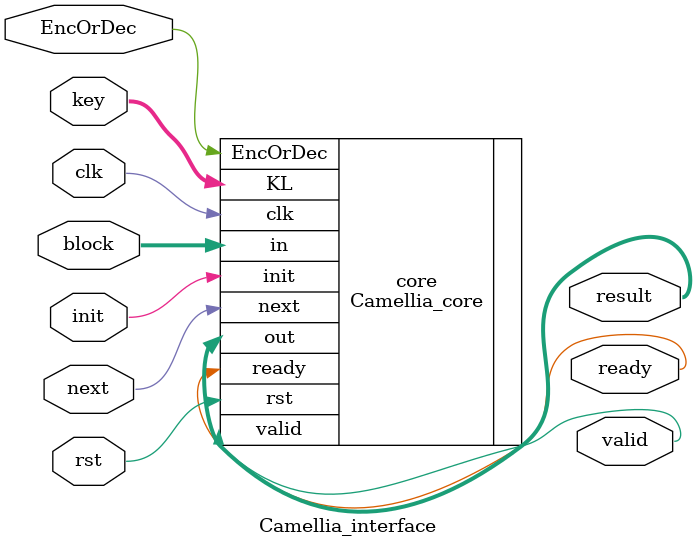
<source format=sv>
`timescale 1ns / 1ps

module Camellia_interface(block, result, key, clk, EncOrDec, rst, init, next, ready, valid);
    input [127:0] block;
    input [127:0] key;
    output [127:0] result;
    input EncOrDec;
    input clk;
    input rst;
    input init;
    input next;
    output ready;
    output valid;
    
   logic [0:127] feist_out;

    
   
	Camellia_core core(.init(init), .in(block), .out(result), .next(next), .KL(key), .clk(clk), .valid(valid), .EncOrDec(EncOrDec), .ready(ready), .rst(rst));
    
endmodule

</source>
